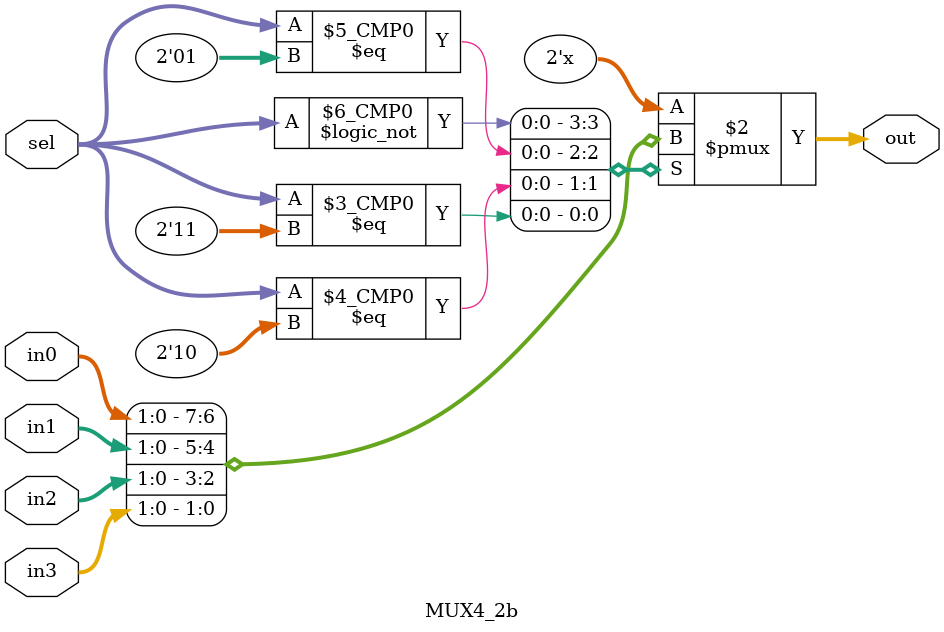
<source format=v>
`timescale 1ns / 1ps


module MUX4_2b(

    input [1:0] in0,
    input [1:0] in1,
    input [1:0] in2,
    input [1:0] in3,
    input [1:0] sel,
    output reg [1:0] out

    );
    
    always @(*)
    begin
    
        case(sel)
            0: out = in0;
            1: out = in1;
            2: out = in2;
            3: out = in3;
            default: out = 0;
        endcase
    end    
endmodule

</source>
